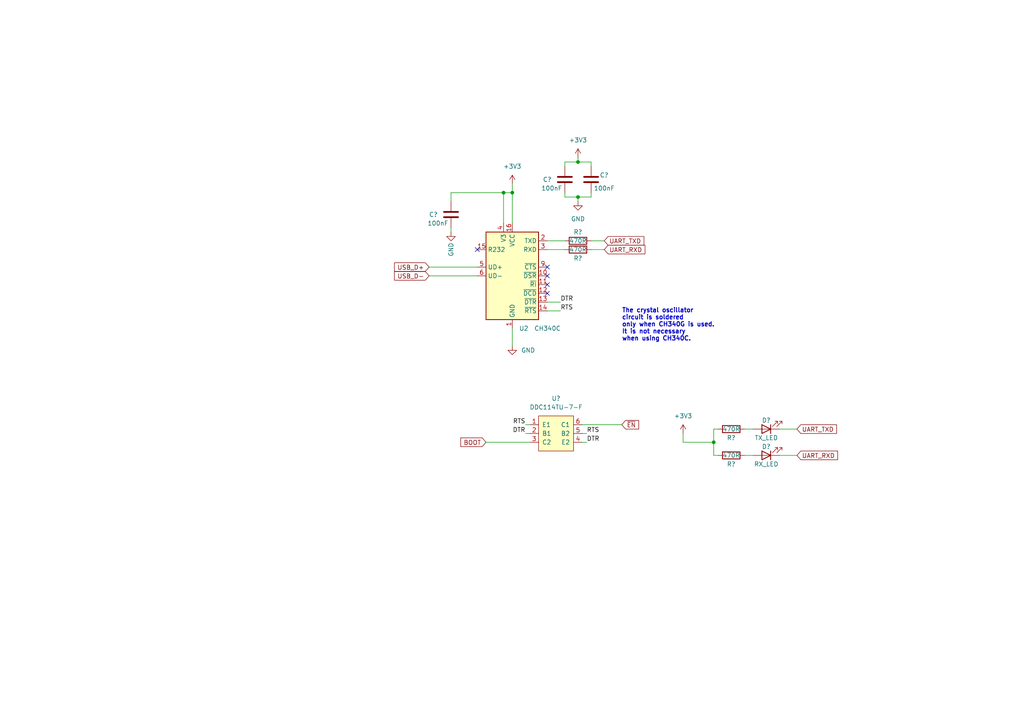
<source format=kicad_sch>
(kicad_sch (version 20230121) (generator eeschema)

  (uuid ff38350a-4a8e-4770-acb3-07b300f7050c)

  (paper "A4")

  (title_block
    (title "ChronoVolt_Control")
    (date "2023-10-08")
    (rev "0.3")
    (company "Final Resolution")
  )

  (lib_symbols
    (symbol "ChronoVolt_Lib:DDC114TU-7-F" (pin_names (offset 1.016)) (in_bom yes) (on_board yes)
      (property "Reference" "U" (at 0 1.27 0)
        (effects (font (size 1.27 1.27)))
      )
      (property "Value" "DDC114TU-7-F" (at 1.27 3.81 0)
        (effects (font (size 1.27 1.27)))
      )
      (property "Footprint" "" (at 0 1.27 0)
        (effects (font (size 1.27 1.27)) hide)
      )
      (property "Datasheet" "" (at 0 1.27 0)
        (effects (font (size 1.27 1.27)) hide)
      )
      (symbol "DDC114TU-7-F_0_1"
        (rectangle (start 0 0) (end 10.16 -10.16)
          (stroke (width 0) (type default))
          (fill (type background))
        )
      )
      (symbol "DDC114TU-7-F_1_1"
        (pin passive line (at -2.54 -2.54 0) (length 2.54)
          (name "E1" (effects (font (size 1.27 1.27))))
          (number "1" (effects (font (size 1.27 1.27))))
        )
        (pin passive line (at -2.54 -5.08 0) (length 2.54)
          (name "B1" (effects (font (size 1.27 1.27))))
          (number "2" (effects (font (size 1.27 1.27))))
        )
        (pin passive line (at -2.54 -7.62 0) (length 2.54)
          (name "C2" (effects (font (size 1.27 1.27))))
          (number "3" (effects (font (size 1.27 1.27))))
        )
        (pin passive line (at 12.7 -7.62 180) (length 2.54)
          (name "E2" (effects (font (size 1.27 1.27))))
          (number "4" (effects (font (size 1.27 1.27))))
        )
        (pin passive line (at 12.7 -5.08 180) (length 2.54)
          (name "B2" (effects (font (size 1.27 1.27))))
          (number "5" (effects (font (size 1.27 1.27))))
        )
        (pin passive line (at 12.7 -2.54 180) (length 2.54)
          (name "C1" (effects (font (size 1.27 1.27))))
          (number "6" (effects (font (size 1.27 1.27))))
        )
      )
    )
    (symbol "Device:C" (pin_numbers hide) (pin_names (offset 0.254)) (in_bom yes) (on_board yes)
      (property "Reference" "C" (at 0.635 2.54 0)
        (effects (font (size 1.27 1.27)) (justify left))
      )
      (property "Value" "C" (at 0.635 -2.54 0)
        (effects (font (size 1.27 1.27)) (justify left))
      )
      (property "Footprint" "" (at 0.9652 -3.81 0)
        (effects (font (size 1.27 1.27)) hide)
      )
      (property "Datasheet" "~" (at 0 0 0)
        (effects (font (size 1.27 1.27)) hide)
      )
      (property "ki_keywords" "cap capacitor" (at 0 0 0)
        (effects (font (size 1.27 1.27)) hide)
      )
      (property "ki_description" "Unpolarized capacitor" (at 0 0 0)
        (effects (font (size 1.27 1.27)) hide)
      )
      (property "ki_fp_filters" "C_*" (at 0 0 0)
        (effects (font (size 1.27 1.27)) hide)
      )
      (symbol "C_0_1"
        (polyline
          (pts
            (xy -2.032 -0.762)
            (xy 2.032 -0.762)
          )
          (stroke (width 0.508) (type default))
          (fill (type none))
        )
        (polyline
          (pts
            (xy -2.032 0.762)
            (xy 2.032 0.762)
          )
          (stroke (width 0.508) (type default))
          (fill (type none))
        )
      )
      (symbol "C_1_1"
        (pin passive line (at 0 3.81 270) (length 2.794)
          (name "~" (effects (font (size 1.27 1.27))))
          (number "1" (effects (font (size 1.27 1.27))))
        )
        (pin passive line (at 0 -3.81 90) (length 2.794)
          (name "~" (effects (font (size 1.27 1.27))))
          (number "2" (effects (font (size 1.27 1.27))))
        )
      )
    )
    (symbol "Device:LED" (pin_numbers hide) (pin_names (offset 1.016) hide) (in_bom yes) (on_board yes)
      (property "Reference" "D" (at 0 2.54 0)
        (effects (font (size 1.27 1.27)))
      )
      (property "Value" "LED" (at 0 -2.54 0)
        (effects (font (size 1.27 1.27)))
      )
      (property "Footprint" "" (at 0 0 0)
        (effects (font (size 1.27 1.27)) hide)
      )
      (property "Datasheet" "~" (at 0 0 0)
        (effects (font (size 1.27 1.27)) hide)
      )
      (property "ki_keywords" "LED diode" (at 0 0 0)
        (effects (font (size 1.27 1.27)) hide)
      )
      (property "ki_description" "Light emitting diode" (at 0 0 0)
        (effects (font (size 1.27 1.27)) hide)
      )
      (property "ki_fp_filters" "LED* LED_SMD:* LED_THT:*" (at 0 0 0)
        (effects (font (size 1.27 1.27)) hide)
      )
      (symbol "LED_0_1"
        (polyline
          (pts
            (xy -1.27 -1.27)
            (xy -1.27 1.27)
          )
          (stroke (width 0.254) (type default))
          (fill (type none))
        )
        (polyline
          (pts
            (xy -1.27 0)
            (xy 1.27 0)
          )
          (stroke (width 0) (type default))
          (fill (type none))
        )
        (polyline
          (pts
            (xy 1.27 -1.27)
            (xy 1.27 1.27)
            (xy -1.27 0)
            (xy 1.27 -1.27)
          )
          (stroke (width 0.254) (type default))
          (fill (type none))
        )
        (polyline
          (pts
            (xy -3.048 -0.762)
            (xy -4.572 -2.286)
            (xy -3.81 -2.286)
            (xy -4.572 -2.286)
            (xy -4.572 -1.524)
          )
          (stroke (width 0) (type default))
          (fill (type none))
        )
        (polyline
          (pts
            (xy -1.778 -0.762)
            (xy -3.302 -2.286)
            (xy -2.54 -2.286)
            (xy -3.302 -2.286)
            (xy -3.302 -1.524)
          )
          (stroke (width 0) (type default))
          (fill (type none))
        )
      )
      (symbol "LED_1_1"
        (pin passive line (at -3.81 0 0) (length 2.54)
          (name "K" (effects (font (size 1.27 1.27))))
          (number "1" (effects (font (size 1.27 1.27))))
        )
        (pin passive line (at 3.81 0 180) (length 2.54)
          (name "A" (effects (font (size 1.27 1.27))))
          (number "2" (effects (font (size 1.27 1.27))))
        )
      )
    )
    (symbol "Device:R" (pin_numbers hide) (pin_names (offset 0)) (in_bom yes) (on_board yes)
      (property "Reference" "R" (at 2.032 0 90)
        (effects (font (size 1.27 1.27)))
      )
      (property "Value" "R" (at 0 0 90)
        (effects (font (size 1.27 1.27)))
      )
      (property "Footprint" "" (at -1.778 0 90)
        (effects (font (size 1.27 1.27)) hide)
      )
      (property "Datasheet" "~" (at 0 0 0)
        (effects (font (size 1.27 1.27)) hide)
      )
      (property "ki_keywords" "R res resistor" (at 0 0 0)
        (effects (font (size 1.27 1.27)) hide)
      )
      (property "ki_description" "Resistor" (at 0 0 0)
        (effects (font (size 1.27 1.27)) hide)
      )
      (property "ki_fp_filters" "R_*" (at 0 0 0)
        (effects (font (size 1.27 1.27)) hide)
      )
      (symbol "R_0_1"
        (rectangle (start -1.016 -2.54) (end 1.016 2.54)
          (stroke (width 0.254) (type default))
          (fill (type none))
        )
      )
      (symbol "R_1_1"
        (pin passive line (at 0 3.81 270) (length 1.27)
          (name "~" (effects (font (size 1.27 1.27))))
          (number "1" (effects (font (size 1.27 1.27))))
        )
        (pin passive line (at 0 -3.81 90) (length 1.27)
          (name "~" (effects (font (size 1.27 1.27))))
          (number "2" (effects (font (size 1.27 1.27))))
        )
      )
    )
    (symbol "Interface_USB:CH340C" (in_bom yes) (on_board yes)
      (property "Reference" "U" (at -5.08 13.97 0)
        (effects (font (size 1.27 1.27)) (justify right))
      )
      (property "Value" "CH340C" (at 1.27 13.97 0)
        (effects (font (size 1.27 1.27)) (justify left))
      )
      (property "Footprint" "Package_SO:SOIC-16_3.9x9.9mm_P1.27mm" (at 1.27 -13.97 0)
        (effects (font (size 1.27 1.27)) (justify left) hide)
      )
      (property "Datasheet" "https://datasheet.lcsc.com/szlcsc/Jiangsu-Qin-Heng-CH340C_C84681.pdf" (at -8.89 20.32 0)
        (effects (font (size 1.27 1.27)) hide)
      )
      (property "ki_keywords" "USB UART Serial Converter Interface" (at 0 0 0)
        (effects (font (size 1.27 1.27)) hide)
      )
      (property "ki_description" "USB serial converter, UART, SOIC-16" (at 0 0 0)
        (effects (font (size 1.27 1.27)) hide)
      )
      (property "ki_fp_filters" "SOIC*3.9x9.9mm*P1.27mm*" (at 0 0 0)
        (effects (font (size 1.27 1.27)) hide)
      )
      (symbol "CH340C_0_1"
        (rectangle (start -7.62 12.7) (end 7.62 -12.7)
          (stroke (width 0.254) (type default))
          (fill (type background))
        )
      )
      (symbol "CH340C_1_1"
        (pin power_in line (at 0 -15.24 90) (length 2.54)
          (name "GND" (effects (font (size 1.27 1.27))))
          (number "1" (effects (font (size 1.27 1.27))))
        )
        (pin input line (at 10.16 0 180) (length 2.54)
          (name "~{DSR}" (effects (font (size 1.27 1.27))))
          (number "10" (effects (font (size 1.27 1.27))))
        )
        (pin input line (at 10.16 -2.54 180) (length 2.54)
          (name "~{RI}" (effects (font (size 1.27 1.27))))
          (number "11" (effects (font (size 1.27 1.27))))
        )
        (pin input line (at 10.16 -5.08 180) (length 2.54)
          (name "~{DCD}" (effects (font (size 1.27 1.27))))
          (number "12" (effects (font (size 1.27 1.27))))
        )
        (pin output line (at 10.16 -7.62 180) (length 2.54)
          (name "~{DTR}" (effects (font (size 1.27 1.27))))
          (number "13" (effects (font (size 1.27 1.27))))
        )
        (pin output line (at 10.16 -10.16 180) (length 2.54)
          (name "~{RTS}" (effects (font (size 1.27 1.27))))
          (number "14" (effects (font (size 1.27 1.27))))
        )
        (pin input line (at -10.16 7.62 0) (length 2.54)
          (name "R232" (effects (font (size 1.27 1.27))))
          (number "15" (effects (font (size 1.27 1.27))))
        )
        (pin power_in line (at 0 15.24 270) (length 2.54)
          (name "VCC" (effects (font (size 1.27 1.27))))
          (number "16" (effects (font (size 1.27 1.27))))
        )
        (pin output line (at 10.16 10.16 180) (length 2.54)
          (name "TXD" (effects (font (size 1.27 1.27))))
          (number "2" (effects (font (size 1.27 1.27))))
        )
        (pin input line (at 10.16 7.62 180) (length 2.54)
          (name "RXD" (effects (font (size 1.27 1.27))))
          (number "3" (effects (font (size 1.27 1.27))))
        )
        (pin passive line (at -2.54 15.24 270) (length 2.54)
          (name "V3" (effects (font (size 1.27 1.27))))
          (number "4" (effects (font (size 1.27 1.27))))
        )
        (pin bidirectional line (at -10.16 2.54 0) (length 2.54)
          (name "UD+" (effects (font (size 1.27 1.27))))
          (number "5" (effects (font (size 1.27 1.27))))
        )
        (pin bidirectional line (at -10.16 0 0) (length 2.54)
          (name "UD-" (effects (font (size 1.27 1.27))))
          (number "6" (effects (font (size 1.27 1.27))))
        )
        (pin no_connect line (at -7.62 -7.62 0) (length 2.54) hide
          (name "NC" (effects (font (size 1.27 1.27))))
          (number "7" (effects (font (size 1.27 1.27))))
        )
        (pin no_connect line (at -7.62 -10.16 0) (length 2.54) hide
          (name "NC" (effects (font (size 1.27 1.27))))
          (number "8" (effects (font (size 1.27 1.27))))
        )
        (pin input line (at 10.16 2.54 180) (length 2.54)
          (name "~{CTS}" (effects (font (size 1.27 1.27))))
          (number "9" (effects (font (size 1.27 1.27))))
        )
      )
    )
    (symbol "power:+3V3" (power) (pin_names (offset 0)) (in_bom yes) (on_board yes)
      (property "Reference" "#PWR" (at 0 -3.81 0)
        (effects (font (size 1.27 1.27)) hide)
      )
      (property "Value" "+3V3" (at 0 3.556 0)
        (effects (font (size 1.27 1.27)))
      )
      (property "Footprint" "" (at 0 0 0)
        (effects (font (size 1.27 1.27)) hide)
      )
      (property "Datasheet" "" (at 0 0 0)
        (effects (font (size 1.27 1.27)) hide)
      )
      (property "ki_keywords" "global power" (at 0 0 0)
        (effects (font (size 1.27 1.27)) hide)
      )
      (property "ki_description" "Power symbol creates a global label with name \"+3V3\"" (at 0 0 0)
        (effects (font (size 1.27 1.27)) hide)
      )
      (symbol "+3V3_0_1"
        (polyline
          (pts
            (xy -0.762 1.27)
            (xy 0 2.54)
          )
          (stroke (width 0) (type default))
          (fill (type none))
        )
        (polyline
          (pts
            (xy 0 0)
            (xy 0 2.54)
          )
          (stroke (width 0) (type default))
          (fill (type none))
        )
        (polyline
          (pts
            (xy 0 2.54)
            (xy 0.762 1.27)
          )
          (stroke (width 0) (type default))
          (fill (type none))
        )
      )
      (symbol "+3V3_1_1"
        (pin power_in line (at 0 0 90) (length 0) hide
          (name "+3V3" (effects (font (size 1.27 1.27))))
          (number "1" (effects (font (size 1.27 1.27))))
        )
      )
    )
    (symbol "power:GND" (power) (pin_names (offset 0)) (in_bom yes) (on_board yes)
      (property "Reference" "#PWR" (at 0 -6.35 0)
        (effects (font (size 1.27 1.27)) hide)
      )
      (property "Value" "GND" (at 0 -3.81 0)
        (effects (font (size 1.27 1.27)))
      )
      (property "Footprint" "" (at 0 0 0)
        (effects (font (size 1.27 1.27)) hide)
      )
      (property "Datasheet" "" (at 0 0 0)
        (effects (font (size 1.27 1.27)) hide)
      )
      (property "ki_keywords" "global power" (at 0 0 0)
        (effects (font (size 1.27 1.27)) hide)
      )
      (property "ki_description" "Power symbol creates a global label with name \"GND\" , ground" (at 0 0 0)
        (effects (font (size 1.27 1.27)) hide)
      )
      (symbol "GND_0_1"
        (polyline
          (pts
            (xy 0 0)
            (xy 0 -1.27)
            (xy 1.27 -1.27)
            (xy 0 -2.54)
            (xy -1.27 -1.27)
            (xy 0 -1.27)
          )
          (stroke (width 0) (type default))
          (fill (type none))
        )
      )
      (symbol "GND_1_1"
        (pin power_in line (at 0 0 270) (length 0) hide
          (name "GND" (effects (font (size 1.27 1.27))))
          (number "1" (effects (font (size 1.27 1.27))))
        )
      )
    )
  )

  (junction (at 148.59 55.88) (diameter 0) (color 0 0 0 0)
    (uuid 12331d16-b711-4b4f-ba50-a6823ee5cc3c)
  )
  (junction (at 146.05 55.88) (diameter 0) (color 0 0 0 0)
    (uuid 1943e26a-0e40-4bc4-96ee-1819cd19a1f9)
  )
  (junction (at 207.01 128.27) (diameter 0) (color 0 0 0 0)
    (uuid badc82ce-febb-485f-9cf4-5f0cd2672507)
  )
  (junction (at 167.64 57.15) (diameter 0) (color 0 0 0 0)
    (uuid d4fe7de4-baa0-4fc7-aebf-05b044b4eb0c)
  )
  (junction (at 167.64 46.99) (diameter 0) (color 0 0 0 0)
    (uuid d5942b26-0881-4ba5-a600-78769e2d1dbe)
  )

  (no_connect (at 158.75 85.09) (uuid 01558163-b3c4-4805-aefa-e22e26a5c7d9))
  (no_connect (at 158.75 77.47) (uuid 2d2ab505-073e-4fe9-9e49-fd16ccca2cb7))
  (no_connect (at 138.43 72.39) (uuid 93bf2e07-d92f-43fd-a983-e329d9cde21d))
  (no_connect (at 158.75 82.55) (uuid a6ab95ad-db55-49f6-a177-a83dc913cf8c))
  (no_connect (at 158.75 80.01) (uuid f0bb5e22-b0c7-4116-9fb6-9f5305206a30))

  (wire (pts (xy 167.64 46.99) (xy 171.45 46.99))
    (stroke (width 0) (type default))
    (uuid 05c1b570-2cf3-4bd8-965a-3812541d0c97)
  )
  (wire (pts (xy 180.34 123.19) (xy 168.91 123.19))
    (stroke (width 0) (type default))
    (uuid 0a3849f2-2e24-457b-8b3c-942482f563cb)
  )
  (wire (pts (xy 208.28 132.08) (xy 207.01 132.08))
    (stroke (width 0) (type default))
    (uuid 15ad334f-4423-4b52-a657-9456b77ce4c3)
  )
  (wire (pts (xy 175.26 69.85) (xy 171.45 69.85))
    (stroke (width 0) (type default))
    (uuid 1ebd0a75-c04b-45cc-b152-ea31f8195fb9)
  )
  (wire (pts (xy 215.9 124.46) (xy 218.44 124.46))
    (stroke (width 0) (type default))
    (uuid 29144311-7625-4a74-b846-ac72ccc3f1d8)
  )
  (wire (pts (xy 152.4 123.19) (xy 153.67 123.19))
    (stroke (width 0) (type default))
    (uuid 2a1f3147-d571-42e0-93d4-54a42bbb8410)
  )
  (wire (pts (xy 170.18 125.73) (xy 168.91 125.73))
    (stroke (width 0) (type default))
    (uuid 2d6fc221-380e-4d9e-b2c1-29af7617e430)
  )
  (wire (pts (xy 207.01 128.27) (xy 207.01 132.08))
    (stroke (width 0) (type default))
    (uuid 2e67e899-cf5a-4d44-bfa8-28cd6fa9e6af)
  )
  (wire (pts (xy 148.59 95.25) (xy 148.59 100.33))
    (stroke (width 0) (type default))
    (uuid 31e849d7-50a8-4cb7-b0a0-10a94ffebe0c)
  )
  (wire (pts (xy 167.64 57.15) (xy 171.45 57.15))
    (stroke (width 0) (type default))
    (uuid 3360457d-737a-439a-8be4-f57d87e1596d)
  )
  (wire (pts (xy 163.83 46.99) (xy 167.64 46.99))
    (stroke (width 0) (type default))
    (uuid 376aef42-657d-4fbe-8353-c3987394f96e)
  )
  (wire (pts (xy 198.12 125.73) (xy 198.12 128.27))
    (stroke (width 0) (type default))
    (uuid 37a2353a-feb7-4004-a434-43312b7dec3f)
  )
  (wire (pts (xy 124.46 80.01) (xy 138.43 80.01))
    (stroke (width 0) (type default))
    (uuid 3a9984dc-bb75-4ac4-90b5-b5802f29b4a6)
  )
  (wire (pts (xy 163.83 69.85) (xy 158.75 69.85))
    (stroke (width 0) (type default))
    (uuid 40526c6a-dc82-4b45-9220-21da41a12b57)
  )
  (wire (pts (xy 148.59 55.88) (xy 148.59 64.77))
    (stroke (width 0) (type default))
    (uuid 46e1c7fd-805f-42ca-a32a-24e65a4f6356)
  )
  (wire (pts (xy 152.4 125.73) (xy 153.67 125.73))
    (stroke (width 0) (type default))
    (uuid 4d75241f-aabe-490f-85a7-2b82ec955a99)
  )
  (wire (pts (xy 130.81 55.88) (xy 130.81 58.42))
    (stroke (width 0) (type default))
    (uuid 52d09467-4058-4bfd-8e59-9cd4ca7588d5)
  )
  (wire (pts (xy 231.14 124.46) (xy 226.06 124.46))
    (stroke (width 0) (type default))
    (uuid 55021972-28d3-4c78-94cc-ad4e18d694ce)
  )
  (wire (pts (xy 130.81 55.88) (xy 146.05 55.88))
    (stroke (width 0) (type default))
    (uuid 597d40bc-9149-4700-84aa-473ccc094640)
  )
  (wire (pts (xy 207.01 124.46) (xy 207.01 128.27))
    (stroke (width 0) (type default))
    (uuid 67100bbf-9829-4906-a503-dffdbde86d18)
  )
  (wire (pts (xy 171.45 46.99) (xy 171.45 48.26))
    (stroke (width 0) (type default))
    (uuid 695113d1-9bc0-49e4-a398-0d4c6e1df522)
  )
  (wire (pts (xy 170.18 128.27) (xy 168.91 128.27))
    (stroke (width 0) (type default))
    (uuid 6b9dc049-cf4e-4ff1-a79f-8bcbeaf5f096)
  )
  (wire (pts (xy 148.59 53.34) (xy 148.59 55.88))
    (stroke (width 0) (type default))
    (uuid 720f7555-eac4-4e64-8ae0-850f349c2220)
  )
  (wire (pts (xy 124.46 77.47) (xy 138.43 77.47))
    (stroke (width 0) (type default))
    (uuid 7c69c333-a076-4799-9aa7-14a9c27d51bc)
  )
  (wire (pts (xy 198.12 128.27) (xy 207.01 128.27))
    (stroke (width 0) (type default))
    (uuid 7e687b6b-a079-467c-ac13-f8b1c0bd24a7)
  )
  (wire (pts (xy 146.05 55.88) (xy 148.59 55.88))
    (stroke (width 0) (type default))
    (uuid 7fc6c055-5954-4d08-a046-35c0ce587561)
  )
  (wire (pts (xy 175.26 72.39) (xy 171.45 72.39))
    (stroke (width 0) (type default))
    (uuid 7fd83a5d-c969-4f93-ac6d-a8dc96e7ec3b)
  )
  (wire (pts (xy 163.83 55.88) (xy 163.83 57.15))
    (stroke (width 0) (type default))
    (uuid 82c19a25-6fe2-4b25-8f9d-db1a54e1aa05)
  )
  (wire (pts (xy 167.64 57.15) (xy 167.64 58.42))
    (stroke (width 0) (type default))
    (uuid 8395fb49-a99b-4234-aaf9-db4535116186)
  )
  (wire (pts (xy 163.83 48.26) (xy 163.83 46.99))
    (stroke (width 0) (type default))
    (uuid 8c7a19f3-aa99-4f52-8967-85a045e9d0ba)
  )
  (wire (pts (xy 171.45 57.15) (xy 171.45 55.88))
    (stroke (width 0) (type default))
    (uuid 929e4f62-0cf6-4cca-8855-2d9e01c51c07)
  )
  (wire (pts (xy 146.05 55.88) (xy 146.05 64.77))
    (stroke (width 0) (type default))
    (uuid 9b428781-6d50-43e6-a76b-e7ecf08ec2bc)
  )
  (wire (pts (xy 158.75 87.63) (xy 162.56 87.63))
    (stroke (width 0) (type default))
    (uuid a0a22977-f2ab-40e1-8c09-34e1321fa43b)
  )
  (wire (pts (xy 167.64 46.99) (xy 167.64 45.72))
    (stroke (width 0) (type default))
    (uuid a915fd56-5529-4ea7-b355-04020fe940c2)
  )
  (wire (pts (xy 163.83 72.39) (xy 158.75 72.39))
    (stroke (width 0) (type default))
    (uuid b9bf88c4-ec73-4b3b-9bc7-32df6d8cde52)
  )
  (wire (pts (xy 226.06 132.08) (xy 231.14 132.08))
    (stroke (width 0) (type default))
    (uuid bbcdf0a1-8614-4acf-beca-0f1d8ae0546f)
  )
  (wire (pts (xy 163.83 57.15) (xy 167.64 57.15))
    (stroke (width 0) (type default))
    (uuid cdbc11ec-51a0-4b6b-95df-544d52cebc5a)
  )
  (wire (pts (xy 130.81 67.31) (xy 130.81 66.04))
    (stroke (width 0) (type default))
    (uuid d2ad778f-ebde-4dac-9f31-1766d50e5d5d)
  )
  (wire (pts (xy 215.9 132.08) (xy 218.44 132.08))
    (stroke (width 0) (type default))
    (uuid e12b790e-7a27-4979-8aa2-53c01cd0bb54)
  )
  (wire (pts (xy 158.75 90.17) (xy 162.56 90.17))
    (stroke (width 0) (type default))
    (uuid e2a33ee6-3ae7-4fb8-a58b-5b6de8212cde)
  )
  (wire (pts (xy 208.28 124.46) (xy 207.01 124.46))
    (stroke (width 0) (type default))
    (uuid ea361456-d768-4efd-9721-1da7d2c17d1d)
  )
  (wire (pts (xy 140.97 128.27) (xy 153.67 128.27))
    (stroke (width 0) (type default))
    (uuid f7535c82-6524-4fcc-9508-ca30f44547fa)
  )

  (text "The crystal oscillator \ncircuit is soldered \nonly when CH340G is used. \nIt is not necessary \nwhen using CH340C."
    (at 180.34 99.06 0)
    (effects (font (size 1.27 1.27) (thickness 0.254) bold) (justify left bottom))
    (uuid 0e54d8ca-5fc4-4f8e-b1de-0153d72372c2)
  )

  (label "DTR" (at 162.56 87.63 0) (fields_autoplaced)
    (effects (font (size 1.27 1.27)) (justify left bottom))
    (uuid 1ba60e1a-121f-4403-b69d-f775df1a5d96)
  )
  (label "RTS" (at 162.56 90.17 0) (fields_autoplaced)
    (effects (font (size 1.27 1.27)) (justify left bottom))
    (uuid 24bf4a6d-d7e6-4298-8e08-31dccbbc0e9b)
  )
  (label "DTR" (at 170.18 128.27 0) (fields_autoplaced)
    (effects (font (size 1.27 1.27)) (justify left bottom))
    (uuid 37cd6686-ed02-48f2-8ae8-2f5e7940730f)
  )
  (label "DTR" (at 152.4 125.73 180) (fields_autoplaced)
    (effects (font (size 1.27 1.27)) (justify right bottom))
    (uuid 57d1a6f4-a473-4940-8fec-b336ff5c088b)
  )
  (label "RTS" (at 152.4 123.19 180) (fields_autoplaced)
    (effects (font (size 1.27 1.27)) (justify right bottom))
    (uuid 7d5b39b7-ccea-4f98-a5eb-8d383e902d78)
  )
  (label "RTS" (at 170.18 125.73 0) (fields_autoplaced)
    (effects (font (size 1.27 1.27)) (justify left bottom))
    (uuid 7ec8d46f-ce0f-4f68-8e86-946a5be44468)
  )

  (global_label "UART_RXD" (shape input) (at 175.26 72.39 0) (fields_autoplaced)
    (effects (font (size 1.27 1.27)) (justify left))
    (uuid 1219c9bf-55bb-483b-a40e-f20fe2b894b6)
    (property "Intersheetrefs" "${INTERSHEET_REFS}" (at 187.5396 72.39 0)
      (effects (font (size 1.27 1.27)) (justify left))
    )
  )
  (global_label "UART_TXD" (shape input) (at 231.14 124.46 0) (fields_autoplaced)
    (effects (font (size 1.27 1.27)) (justify left))
    (uuid 391dc678-99e3-4f24-8c75-0b1af743376a)
    (property "Intersheetrefs" "${INTERSHEET_REFS}" (at 242.6245 124.3806 0)
      (effects (font (size 1.27 1.27)) (justify left))
    )
  )
  (global_label "UART_RXD" (shape input) (at 231.14 132.08 0) (fields_autoplaced)
    (effects (font (size 1.27 1.27)) (justify left))
    (uuid 5900f26e-b1ea-4183-afb7-585a5f6468c4)
    (property "Intersheetrefs" "${INTERSHEET_REFS}" (at 242.9269 132.0006 0)
      (effects (font (size 1.27 1.27)) (justify left))
    )
  )
  (global_label "USB_D+" (shape input) (at 124.46 77.47 180) (fields_autoplaced)
    (effects (font (size 1.27 1.27)) (justify right))
    (uuid 5c681e3e-696e-4cc6-bcc0-f4862914d651)
    (property "Intersheetrefs" "${INTERSHEET_REFS}" (at 114.4269 77.3906 0)
      (effects (font (size 1.27 1.27)) (justify right))
    )
  )
  (global_label "BOOT" (shape input) (at 140.97 128.27 180) (fields_autoplaced)
    (effects (font (size 1.27 1.27)) (justify right))
    (uuid 6791a240-4a91-491c-b924-fec9e7e96cbb)
    (property "Intersheetrefs" "${INTERSHEET_REFS}" (at 133.6583 128.1906 0)
      (effects (font (size 1.27 1.27)) (justify right))
    )
  )
  (global_label "UART_TXD" (shape input) (at 175.26 69.85 0) (fields_autoplaced)
    (effects (font (size 1.27 1.27)) (justify left))
    (uuid 8a91e3c7-aeb9-4b31-b598-eb2d82fcfc67)
    (property "Intersheetrefs" "${INTERSHEET_REFS}" (at 187.2372 69.85 0)
      (effects (font (size 1.27 1.27)) (justify left))
    )
  )
  (global_label "USB_D-" (shape input) (at 124.46 80.01 180) (fields_autoplaced)
    (effects (font (size 1.27 1.27)) (justify right))
    (uuid bb5b48a0-5904-4af9-8c7a-c04539bb3eb1)
    (property "Intersheetrefs" "${INTERSHEET_REFS}" (at 114.4269 79.9306 0)
      (effects (font (size 1.27 1.27)) (justify right))
    )
  )
  (global_label "~{EN}" (shape input) (at 180.34 123.19 0) (fields_autoplaced)
    (effects (font (size 1.27 1.27)) (justify left))
    (uuid fbeb133e-71d8-4c6a-b3b6-f2d25fd59ac9)
    (property "Intersheetrefs" "${INTERSHEET_REFS}" (at 185.2326 123.1106 0)
      (effects (font (size 1.27 1.27)) (justify left))
    )
  )

  (symbol (lib_id "Device:LED") (at 222.25 132.08 180) (unit 1)
    (in_bom yes) (on_board yes) (dnp no)
    (uuid 1d7873e1-9b27-439f-bceb-9c7822ae35fc)
    (property "Reference" "D?" (at 222.25 129.54 0)
      (effects (font (size 1.27 1.27)))
    )
    (property "Value" "RX_LED" (at 222.25 134.62 0)
      (effects (font (size 1.27 1.27)))
    )
    (property "Footprint" "LED_SMD:LED_0603_1608Metric" (at 222.25 132.08 0)
      (effects (font (size 1.27 1.27)) hide)
    )
    (property "Datasheet" "~" (at 222.25 132.08 0)
      (effects (font (size 1.27 1.27)) hide)
    )
    (pin "1" (uuid 30a0b348-c030-444e-8893-d2ba7144b3d6))
    (pin "2" (uuid 75be0f78-bf18-4c1a-ae7d-1e1a192b5ca4))
    (instances
      (project "Slug-75"
        (path "/10ae08b6-c98d-4dca-bdd1-a6bdf826a88b/fc50fc01-b8d0-4389-8be8-2160b97d94b3"
          (reference "D?") (unit 1)
        )
      )
      (project "ChronoVolt_Control"
        (path "/cceb3d39-99f1-4cc7-aa1d-f414cbebc8ea/999c5c21-5c80-44df-94eb-f849b60945ca"
          (reference "D4") (unit 1)
        )
      )
    )
  )

  (symbol (lib_id "Device:R") (at 167.64 72.39 90) (unit 1)
    (in_bom yes) (on_board yes) (dnp no)
    (uuid 28a40460-bd90-4f0d-bf53-4b7fdde9ffbe)
    (property "Reference" "R?" (at 167.64 74.93 90)
      (effects (font (size 1.27 1.27)))
    )
    (property "Value" "470R" (at 167.64 72.39 90)
      (effects (font (size 1.27 1.27)))
    )
    (property "Footprint" "Resistor_SMD:R_0603_1608Metric" (at 167.64 74.168 90)
      (effects (font (size 1.27 1.27)) hide)
    )
    (property "Datasheet" "~" (at 167.64 72.39 0)
      (effects (font (size 1.27 1.27)) hide)
    )
    (pin "1" (uuid 782d9490-e650-4de8-8317-e8b9acf4aeae))
    (pin "2" (uuid 5774ad13-9511-47b7-a828-6cdf24ed1463))
    (instances
      (project "Slug-75"
        (path "/10ae08b6-c98d-4dca-bdd1-a6bdf826a88b/fc50fc01-b8d0-4389-8be8-2160b97d94b3"
          (reference "R?") (unit 1)
        )
      )
      (project "ChronoVolt_Control"
        (path "/cceb3d39-99f1-4cc7-aa1d-f414cbebc8ea/999c5c21-5c80-44df-94eb-f849b60945ca"
          (reference "R4") (unit 1)
        )
      )
    )
  )

  (symbol (lib_id "power:+3V3") (at 167.64 45.72 0) (unit 1)
    (in_bom yes) (on_board yes) (dnp no) (fields_autoplaced)
    (uuid 37390f0c-ea5a-4f41-aead-74dc27815b1f)
    (property "Reference" "#PWR020" (at 167.64 49.53 0)
      (effects (font (size 1.27 1.27)) hide)
    )
    (property "Value" "+3V3" (at 167.64 40.64 0)
      (effects (font (size 1.27 1.27)))
    )
    (property "Footprint" "" (at 167.64 45.72 0)
      (effects (font (size 1.27 1.27)) hide)
    )
    (property "Datasheet" "" (at 167.64 45.72 0)
      (effects (font (size 1.27 1.27)) hide)
    )
    (pin "1" (uuid caf1cc5d-f895-46bb-9a4d-28c73c21e16f))
    (instances
      (project "Final_MIX-EXP"
        (path "/57d1654d-9c25-44d8-bc57-77f170ab94a5/5aba6f22-2238-4394-8da8-1d8c62f36548"
          (reference "#PWR020") (unit 1)
        )
        (path "/57d1654d-9c25-44d8-bc57-77f170ab94a5/21559467-fb4b-4070-9096-f22835f8f6c8"
          (reference "#PWR067") (unit 1)
        )
      )
      (project "ChronoVolt_Control"
        (path "/cceb3d39-99f1-4cc7-aa1d-f414cbebc8ea/999c5c21-5c80-44df-94eb-f849b60945ca"
          (reference "#PWR088") (unit 1)
        )
      )
    )
  )

  (symbol (lib_id "ChronoVolt_Lib:DDC114TU-7-F") (at 156.21 120.65 0) (unit 1)
    (in_bom yes) (on_board yes) (dnp no) (fields_autoplaced)
    (uuid 429843e3-b01b-4044-8826-fbc0b10dc45c)
    (property "Reference" "U?" (at 161.29 115.57 0)
      (effects (font (size 1.27 1.27)))
    )
    (property "Value" "DDC114TU-7-F" (at 161.29 118.11 0)
      (effects (font (size 1.27 1.27)))
    )
    (property "Footprint" "Package_TO_SOT_SMD:SOT-363_SC-70-6" (at 156.21 119.38 0)
      (effects (font (size 1.27 1.27)) hide)
    )
    (property "Datasheet" "" (at 156.21 119.38 0)
      (effects (font (size 1.27 1.27)) hide)
    )
    (pin "1" (uuid e333fa0f-650d-4187-926b-3f2697d316f1))
    (pin "2" (uuid 0b8ef4c2-9b77-40cc-b616-bbc98c45382c))
    (pin "3" (uuid a706534b-46c9-4794-82e7-eca4df7992f0))
    (pin "4" (uuid e3f4cc4e-8cd7-47c3-83b1-9c0813b9332a))
    (pin "5" (uuid 48538039-9002-4dfc-8bbb-b8c8269c6333))
    (pin "6" (uuid 3f01d7e8-ff06-49a4-913e-da9d94fa578b))
    (instances
      (project "Slug-75"
        (path "/10ae08b6-c98d-4dca-bdd1-a6bdf826a88b/fc50fc01-b8d0-4389-8be8-2160b97d94b3"
          (reference "U?") (unit 1)
        )
      )
      (project "ChronoVolt_Control"
        (path "/cceb3d39-99f1-4cc7-aa1d-f414cbebc8ea/999c5c21-5c80-44df-94eb-f849b60945ca"
          (reference "U1") (unit 1)
        )
      )
    )
  )

  (symbol (lib_id "Device:C") (at 163.83 52.07 180) (unit 1)
    (in_bom yes) (on_board yes) (dnp no)
    (uuid 6551e77a-5dcf-4b8f-91e2-959ad7865afb)
    (property "Reference" "C?" (at 160.02 52.07 0)
      (effects (font (size 1.27 1.27)) (justify left))
    )
    (property "Value" "100nF" (at 160.02 54.61 0)
      (effects (font (size 1.27 1.27)))
    )
    (property "Footprint" "Capacitor_SMD:C_0603_1608Metric" (at 162.8648 48.26 0)
      (effects (font (size 1.27 1.27)) hide)
    )
    (property "Datasheet" "~" (at 163.83 52.07 0)
      (effects (font (size 1.27 1.27)) hide)
    )
    (pin "1" (uuid 31423f53-53a5-46a6-bab2-357ee399ffa5))
    (pin "2" (uuid baeb660e-a51c-43c6-9c10-672c0e4b478f))
    (instances
      (project "Slug-75"
        (path "/10ae08b6-c98d-4dca-bdd1-a6bdf826a88b/fc50fc01-b8d0-4389-8be8-2160b97d94b3"
          (reference "C?") (unit 1)
        )
      )
      (project "ChronoVolt_Control"
        (path "/cceb3d39-99f1-4cc7-aa1d-f414cbebc8ea/999c5c21-5c80-44df-94eb-f849b60945ca"
          (reference "C3") (unit 1)
        )
      )
    )
  )

  (symbol (lib_id "Interface_USB:CH340C") (at 148.59 80.01 0) (unit 1)
    (in_bom yes) (on_board yes) (dnp no)
    (uuid 75940cb6-4cc4-451a-b51f-307857b8c8ae)
    (property "Reference" "U2" (at 150.5459 95.25 0)
      (effects (font (size 1.27 1.27)) (justify left))
    )
    (property "Value" "CH340C" (at 154.94 95.25 0)
      (effects (font (size 1.27 1.27)) (justify left))
    )
    (property "Footprint" "Package_SO:SOIC-16_3.9x9.9mm_P1.27mm" (at 149.86 93.98 0)
      (effects (font (size 1.27 1.27)) (justify left) hide)
    )
    (property "Datasheet" "https://datasheet.lcsc.com/szlcsc/Jiangsu-Qin-Heng-CH340C_C84681.pdf" (at 139.7 59.69 0)
      (effects (font (size 1.27 1.27)) hide)
    )
    (pin "1" (uuid 592440b8-0abb-42ee-a095-f26f92c3e578))
    (pin "10" (uuid dc32f74d-0c02-4f9b-a4d9-12ef8d00252b))
    (pin "11" (uuid dda15dbd-6c90-46e9-bf39-bd78d84f8f58))
    (pin "12" (uuid 5ee9d339-3f17-414f-9f5f-946e430187e0))
    (pin "13" (uuid c87fc6a4-034e-4d46-a186-351a54c7c5c4))
    (pin "14" (uuid 2e17b6c3-78e5-49aa-b0b4-d7a7e8be9762))
    (pin "15" (uuid 9b4ba0c2-e83c-46ef-9420-19859d28a027))
    (pin "16" (uuid df94d7d9-9b8a-4226-8786-bb098360e8c2))
    (pin "2" (uuid 02d804d9-47f3-4af3-a7f9-839a87a65b2e))
    (pin "3" (uuid 33b2f245-4189-474e-9e87-dbaba3110590))
    (pin "4" (uuid ac140523-c14d-49d5-9e5f-64fb021a1eb3))
    (pin "5" (uuid 4646a817-eff5-4427-87b9-72675b0234de))
    (pin "6" (uuid dbf7e344-f3e6-4df9-995a-e1f38cd91973))
    (pin "7" (uuid ad696000-e5d7-4482-a0c4-f5bde9e104ba))
    (pin "8" (uuid e6ad45aa-565a-46c9-bca8-f0fd59b6be2b))
    (pin "9" (uuid b6b8b16e-c868-44f3-99a1-5e379c5374d4))
    (instances
      (project "ChronoVolt_Control"
        (path "/cceb3d39-99f1-4cc7-aa1d-f414cbebc8ea/999c5c21-5c80-44df-94eb-f849b60945ca"
          (reference "U2") (unit 1)
        )
      )
    )
  )

  (symbol (lib_id "Device:R") (at 167.64 69.85 90) (unit 1)
    (in_bom yes) (on_board yes) (dnp no)
    (uuid 85762ced-f2e6-4770-96d7-1fd605bf4284)
    (property "Reference" "R?" (at 167.64 67.31 90)
      (effects (font (size 1.27 1.27)))
    )
    (property "Value" "470R" (at 167.64 69.85 90)
      (effects (font (size 1.27 1.27)))
    )
    (property "Footprint" "Resistor_SMD:R_0603_1608Metric" (at 167.64 71.628 90)
      (effects (font (size 1.27 1.27)) hide)
    )
    (property "Datasheet" "~" (at 167.64 69.85 0)
      (effects (font (size 1.27 1.27)) hide)
    )
    (pin "1" (uuid 878d90e8-c467-46dd-82ea-bfd933c2e3de))
    (pin "2" (uuid a1258b0a-725b-4499-90fc-444bec59b214))
    (instances
      (project "Slug-75"
        (path "/10ae08b6-c98d-4dca-bdd1-a6bdf826a88b/fc50fc01-b8d0-4389-8be8-2160b97d94b3"
          (reference "R?") (unit 1)
        )
      )
      (project "ChronoVolt_Control"
        (path "/cceb3d39-99f1-4cc7-aa1d-f414cbebc8ea/999c5c21-5c80-44df-94eb-f849b60945ca"
          (reference "R3") (unit 1)
        )
      )
    )
  )

  (symbol (lib_id "power:GND") (at 130.81 67.31 0) (unit 1)
    (in_bom yes) (on_board yes) (dnp no)
    (uuid 867e3fbf-95c2-41dc-b6a6-06afd008cac4)
    (property "Reference" "#PWR?" (at 130.81 73.66 0)
      (effects (font (size 1.27 1.27)) hide)
    )
    (property "Value" "GND" (at 130.81 72.39 90)
      (effects (font (size 1.27 1.27)))
    )
    (property "Footprint" "" (at 130.81 67.31 0)
      (effects (font (size 1.27 1.27)) hide)
    )
    (property "Datasheet" "" (at 130.81 67.31 0)
      (effects (font (size 1.27 1.27)) hide)
    )
    (pin "1" (uuid 3c215c85-2126-4a09-a155-42e72ea1d5cf))
    (instances
      (project "Slug-75"
        (path "/10ae08b6-c98d-4dca-bdd1-a6bdf826a88b/fc50fc01-b8d0-4389-8be8-2160b97d94b3"
          (reference "#PWR?") (unit 1)
        )
      )
      (project "ChronoVolt_Control"
        (path "/cceb3d39-99f1-4cc7-aa1d-f414cbebc8ea/999c5c21-5c80-44df-94eb-f849b60945ca"
          (reference "#PWR075") (unit 1)
        )
      )
    )
  )

  (symbol (lib_id "power:+3V3") (at 148.59 53.34 0) (unit 1)
    (in_bom yes) (on_board yes) (dnp no) (fields_autoplaced)
    (uuid 91bd8583-f91f-4edd-baef-0d4c88c50a93)
    (property "Reference" "#PWR020" (at 148.59 57.15 0)
      (effects (font (size 1.27 1.27)) hide)
    )
    (property "Value" "+3V3" (at 148.59 48.26 0)
      (effects (font (size 1.27 1.27)))
    )
    (property "Footprint" "" (at 148.59 53.34 0)
      (effects (font (size 1.27 1.27)) hide)
    )
    (property "Datasheet" "" (at 148.59 53.34 0)
      (effects (font (size 1.27 1.27)) hide)
    )
    (pin "1" (uuid 3b8ec114-6fa3-4efe-ae87-f1dcdffcd8e0))
    (instances
      (project "Final_MIX-EXP"
        (path "/57d1654d-9c25-44d8-bc57-77f170ab94a5/5aba6f22-2238-4394-8da8-1d8c62f36548"
          (reference "#PWR020") (unit 1)
        )
        (path "/57d1654d-9c25-44d8-bc57-77f170ab94a5/21559467-fb4b-4070-9096-f22835f8f6c8"
          (reference "#PWR075") (unit 1)
        )
      )
      (project "ChronoVolt_Control"
        (path "/cceb3d39-99f1-4cc7-aa1d-f414cbebc8ea/999c5c21-5c80-44df-94eb-f849b60945ca"
          (reference "#PWR087") (unit 1)
        )
      )
    )
  )

  (symbol (lib_id "Device:C") (at 130.81 62.23 180) (unit 1)
    (in_bom yes) (on_board yes) (dnp no)
    (uuid b36c9c0e-a220-4efc-843d-3c712837ac42)
    (property "Reference" "C?" (at 127 62.23 0)
      (effects (font (size 1.27 1.27)) (justify left))
    )
    (property "Value" "100nF" (at 127 64.77 0)
      (effects (font (size 1.27 1.27)))
    )
    (property "Footprint" "Capacitor_SMD:C_0603_1608Metric" (at 129.8448 58.42 0)
      (effects (font (size 1.27 1.27)) hide)
    )
    (property "Datasheet" "~" (at 130.81 62.23 0)
      (effects (font (size 1.27 1.27)) hide)
    )
    (pin "1" (uuid af67db0a-d5df-4663-8a73-9a4296319571))
    (pin "2" (uuid 584fa18f-2844-4fe2-a3fd-d9a6149fa788))
    (instances
      (project "Slug-75"
        (path "/10ae08b6-c98d-4dca-bdd1-a6bdf826a88b/fc50fc01-b8d0-4389-8be8-2160b97d94b3"
          (reference "C?") (unit 1)
        )
      )
      (project "ChronoVolt_Control"
        (path "/cceb3d39-99f1-4cc7-aa1d-f414cbebc8ea/999c5c21-5c80-44df-94eb-f849b60945ca"
          (reference "C4") (unit 1)
        )
      )
    )
  )

  (symbol (lib_id "Device:LED") (at 222.25 124.46 180) (unit 1)
    (in_bom yes) (on_board yes) (dnp no)
    (uuid b5f44fb1-3995-4022-9a00-dbd3e8b4a57b)
    (property "Reference" "D?" (at 222.25 121.92 0)
      (effects (font (size 1.27 1.27)))
    )
    (property "Value" "TX_LED" (at 222.25 127 0)
      (effects (font (size 1.27 1.27)))
    )
    (property "Footprint" "LED_SMD:LED_0603_1608Metric" (at 222.25 124.46 0)
      (effects (font (size 1.27 1.27)) hide)
    )
    (property "Datasheet" "~" (at 222.25 124.46 0)
      (effects (font (size 1.27 1.27)) hide)
    )
    (pin "1" (uuid a5b46c04-cbef-4380-834b-f3039518eaae))
    (pin "2" (uuid 50705274-d4cf-45ba-a235-5179fc35a81b))
    (instances
      (project "Slug-75"
        (path "/10ae08b6-c98d-4dca-bdd1-a6bdf826a88b/fc50fc01-b8d0-4389-8be8-2160b97d94b3"
          (reference "D?") (unit 1)
        )
      )
      (project "ChronoVolt_Control"
        (path "/cceb3d39-99f1-4cc7-aa1d-f414cbebc8ea/999c5c21-5c80-44df-94eb-f849b60945ca"
          (reference "D3") (unit 1)
        )
      )
    )
  )

  (symbol (lib_id "power:GND") (at 148.59 100.33 0) (unit 1)
    (in_bom yes) (on_board yes) (dnp no) (fields_autoplaced)
    (uuid b6a3505f-7cda-499f-83b7-e02022686270)
    (property "Reference" "#PWR074" (at 148.59 106.68 0)
      (effects (font (size 1.27 1.27)) hide)
    )
    (property "Value" "GND" (at 151.13 101.5999 0)
      (effects (font (size 1.27 1.27)) (justify left))
    )
    (property "Footprint" "" (at 148.59 100.33 0)
      (effects (font (size 1.27 1.27)) hide)
    )
    (property "Datasheet" "" (at 148.59 100.33 0)
      (effects (font (size 1.27 1.27)) hide)
    )
    (pin "1" (uuid 999e1fea-375a-4f90-8bff-0cdc78a2db45))
    (instances
      (project "Final_MIX-EXP"
        (path "/57d1654d-9c25-44d8-bc57-77f170ab94a5/21559467-fb4b-4070-9096-f22835f8f6c8"
          (reference "#PWR074") (unit 1)
        )
      )
      (project "ChronoVolt_Control"
        (path "/cceb3d39-99f1-4cc7-aa1d-f414cbebc8ea/999c5c21-5c80-44df-94eb-f849b60945ca"
          (reference "#PWR086") (unit 1)
        )
      )
    )
  )

  (symbol (lib_id "Device:R") (at 212.09 132.08 90) (unit 1)
    (in_bom yes) (on_board yes) (dnp no)
    (uuid b9b6ef09-d349-4d2f-ab49-be8e18a0e65f)
    (property "Reference" "R?" (at 212.09 134.62 90)
      (effects (font (size 1.27 1.27)))
    )
    (property "Value" "470R" (at 212.09 132.08 90)
      (effects (font (size 1.27 1.27)))
    )
    (property "Footprint" "Resistor_SMD:R_0603_1608Metric" (at 212.09 133.858 90)
      (effects (font (size 1.27 1.27)) hide)
    )
    (property "Datasheet" "~" (at 212.09 132.08 0)
      (effects (font (size 1.27 1.27)) hide)
    )
    (pin "1" (uuid a205880a-c17f-4d03-8b8c-db2be47b2905))
    (pin "2" (uuid 637c5ede-9972-46f9-a69c-7e9ff454f7ae))
    (instances
      (project "Slug-75"
        (path "/10ae08b6-c98d-4dca-bdd1-a6bdf826a88b/fc50fc01-b8d0-4389-8be8-2160b97d94b3"
          (reference "R?") (unit 1)
        )
      )
      (project "ChronoVolt_Control"
        (path "/cceb3d39-99f1-4cc7-aa1d-f414cbebc8ea/999c5c21-5c80-44df-94eb-f849b60945ca"
          (reference "R6") (unit 1)
        )
      )
    )
  )

  (symbol (lib_id "power:GND") (at 167.64 58.42 0) (unit 1)
    (in_bom yes) (on_board yes) (dnp no) (fields_autoplaced)
    (uuid c4df2a18-b767-4a8c-a8b3-ae0e69ba4eea)
    (property "Reference" "#PWR078" (at 167.64 64.77 0)
      (effects (font (size 1.27 1.27)) hide)
    )
    (property "Value" "GND" (at 167.64 63.5 0)
      (effects (font (size 1.27 1.27)))
    )
    (property "Footprint" "" (at 167.64 58.42 0)
      (effects (font (size 1.27 1.27)) hide)
    )
    (property "Datasheet" "" (at 167.64 58.42 0)
      (effects (font (size 1.27 1.27)) hide)
    )
    (pin "1" (uuid b9586555-c781-43db-a74d-d4b62b0c2c61))
    (instances
      (project "Final_MIX-EXP"
        (path "/57d1654d-9c25-44d8-bc57-77f170ab94a5/21559467-fb4b-4070-9096-f22835f8f6c8"
          (reference "#PWR078") (unit 1)
        )
      )
      (project "ChronoVolt_Control"
        (path "/cceb3d39-99f1-4cc7-aa1d-f414cbebc8ea/999c5c21-5c80-44df-94eb-f849b60945ca"
          (reference "#PWR089") (unit 1)
        )
      )
    )
  )

  (symbol (lib_id "Device:C") (at 171.45 52.07 180) (unit 1)
    (in_bom yes) (on_board yes) (dnp no)
    (uuid c7fcaf71-f057-40c3-b45e-e0958a04ac25)
    (property "Reference" "C?" (at 176.53 50.8 0)
      (effects (font (size 1.27 1.27)) (justify left))
    )
    (property "Value" "100nF" (at 175.26 54.61 0)
      (effects (font (size 1.27 1.27)))
    )
    (property "Footprint" "Capacitor_SMD:C_0603_1608Metric" (at 170.4848 48.26 0)
      (effects (font (size 1.27 1.27)) hide)
    )
    (property "Datasheet" "~" (at 171.45 52.07 0)
      (effects (font (size 1.27 1.27)) hide)
    )
    (pin "1" (uuid 24feeb5d-a446-40b8-9b85-a67cf4363034))
    (pin "2" (uuid 1e8765c9-8109-4d95-bbe1-0906b50ed511))
    (instances
      (project "Slug-75"
        (path "/10ae08b6-c98d-4dca-bdd1-a6bdf826a88b/fc50fc01-b8d0-4389-8be8-2160b97d94b3"
          (reference "C?") (unit 1)
        )
      )
      (project "ChronoVolt_Control"
        (path "/cceb3d39-99f1-4cc7-aa1d-f414cbebc8ea/999c5c21-5c80-44df-94eb-f849b60945ca"
          (reference "C2") (unit 1)
        )
      )
    )
  )

  (symbol (lib_id "power:+3V3") (at 198.12 125.73 0) (unit 1)
    (in_bom yes) (on_board yes) (dnp no) (fields_autoplaced)
    (uuid c849d7f2-a2ea-409c-821d-00670ed1985d)
    (property "Reference" "#PWR?" (at 198.12 129.54 0)
      (effects (font (size 1.27 1.27)) hide)
    )
    (property "Value" "+3V3" (at 198.12 120.65 0)
      (effects (font (size 1.27 1.27)))
    )
    (property "Footprint" "" (at 198.12 125.73 0)
      (effects (font (size 1.27 1.27)) hide)
    )
    (property "Datasheet" "" (at 198.12 125.73 0)
      (effects (font (size 1.27 1.27)) hide)
    )
    (pin "1" (uuid ee74704c-04e8-48af-be88-50fe061e233c))
    (instances
      (project "Slug-75"
        (path "/10ae08b6-c98d-4dca-bdd1-a6bdf826a88b/fc50fc01-b8d0-4389-8be8-2160b97d94b3"
          (reference "#PWR?") (unit 1)
        )
      )
      (project "ChronoVolt_Control"
        (path "/cceb3d39-99f1-4cc7-aa1d-f414cbebc8ea/999c5c21-5c80-44df-94eb-f849b60945ca"
          (reference "#PWR011") (unit 1)
        )
      )
    )
  )

  (symbol (lib_id "Device:R") (at 212.09 124.46 90) (unit 1)
    (in_bom yes) (on_board yes) (dnp no)
    (uuid fa4cb451-a6dd-47ef-bd67-304414dfa9b5)
    (property "Reference" "R?" (at 212.09 127 90)
      (effects (font (size 1.27 1.27)))
    )
    (property "Value" "470R" (at 212.09 124.46 90)
      (effects (font (size 1.27 1.27)))
    )
    (property "Footprint" "Resistor_SMD:R_0603_1608Metric" (at 212.09 126.238 90)
      (effects (font (size 1.27 1.27)) hide)
    )
    (property "Datasheet" "~" (at 212.09 124.46 0)
      (effects (font (size 1.27 1.27)) hide)
    )
    (pin "1" (uuid a9a55e03-bfb2-46db-a77c-90e9408ea51c))
    (pin "2" (uuid 8d6cd225-c930-480c-8000-033ae21ad0d6))
    (instances
      (project "Slug-75"
        (path "/10ae08b6-c98d-4dca-bdd1-a6bdf826a88b/fc50fc01-b8d0-4389-8be8-2160b97d94b3"
          (reference "R?") (unit 1)
        )
      )
      (project "ChronoVolt_Control"
        (path "/cceb3d39-99f1-4cc7-aa1d-f414cbebc8ea/999c5c21-5c80-44df-94eb-f849b60945ca"
          (reference "R5") (unit 1)
        )
      )
    )
  )
)

</source>
